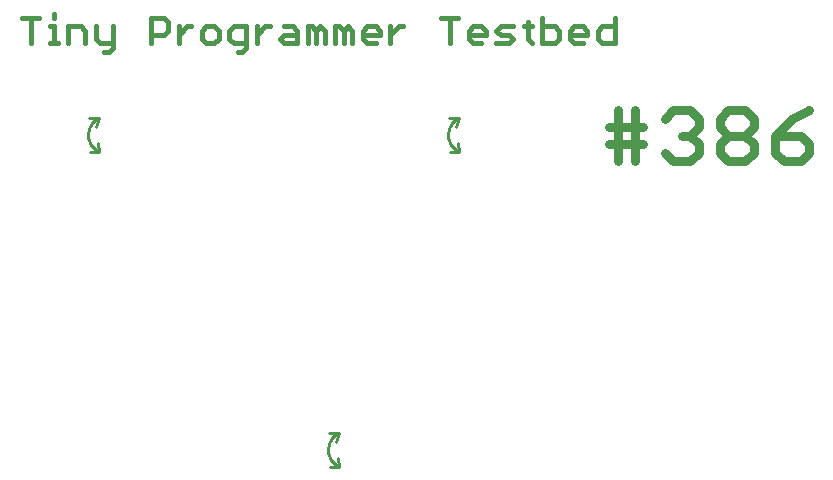
<source format=gto>
G75*
G70*
%OFA0B0*%
%FSLAX24Y24*%
%IPPOS*%
%LPD*%
%AMOC8*
5,1,8,0,0,1.08239X$1,22.5*
%
%ADD10C,0.0150*%
%ADD11C,0.0300*%
%ADD12C,0.0100*%
D10*
X011814Y017941D02*
X011956Y017941D01*
X012098Y018083D01*
X012098Y018792D01*
X012098Y018225D02*
X011672Y018225D01*
X011530Y018367D01*
X011530Y018792D01*
X011177Y018650D02*
X011177Y018225D01*
X011177Y018650D02*
X011035Y018792D01*
X010610Y018792D01*
X010610Y018225D01*
X010279Y018225D02*
X009996Y018225D01*
X010138Y018225D02*
X010138Y018792D01*
X009996Y018792D01*
X010138Y019076D02*
X010138Y019218D01*
X009642Y019076D02*
X009075Y019076D01*
X009359Y019076D02*
X009359Y018225D01*
X013372Y018225D02*
X013372Y019076D01*
X013797Y019076D01*
X013939Y018934D01*
X013939Y018650D01*
X013797Y018509D01*
X013372Y018509D01*
X014293Y018509D02*
X014576Y018792D01*
X014718Y018792D01*
X015060Y018650D02*
X015060Y018367D01*
X015202Y018225D01*
X015485Y018225D01*
X015627Y018367D01*
X015627Y018650D01*
X015485Y018792D01*
X015202Y018792D01*
X015060Y018650D01*
X014293Y018792D02*
X014293Y018225D01*
X015981Y018367D02*
X016123Y018225D01*
X016548Y018225D01*
X016548Y018083D02*
X016548Y018792D01*
X016123Y018792D01*
X015981Y018650D01*
X015981Y018367D01*
X016264Y017941D02*
X016406Y017941D01*
X016548Y018083D01*
X016902Y018225D02*
X016902Y018792D01*
X017185Y018792D02*
X017327Y018792D01*
X017185Y018792D02*
X016902Y018509D01*
X017669Y018367D02*
X017811Y018509D01*
X018236Y018509D01*
X018236Y018650D02*
X018236Y018225D01*
X017811Y018225D01*
X017669Y018367D01*
X017811Y018792D02*
X018094Y018792D01*
X018236Y018650D01*
X018590Y018792D02*
X018732Y018792D01*
X018873Y018650D01*
X019015Y018792D01*
X019157Y018650D01*
X019157Y018225D01*
X018873Y018225D02*
X018873Y018650D01*
X018590Y018792D02*
X018590Y018225D01*
X019511Y018225D02*
X019511Y018792D01*
X019652Y018792D01*
X019794Y018650D01*
X019936Y018792D01*
X020078Y018650D01*
X020078Y018225D01*
X019794Y018225D02*
X019794Y018650D01*
X020431Y018650D02*
X020573Y018792D01*
X020857Y018792D01*
X020999Y018650D01*
X020999Y018509D01*
X020431Y018509D01*
X020431Y018650D02*
X020431Y018367D01*
X020573Y018225D01*
X020857Y018225D01*
X021352Y018225D02*
X021352Y018792D01*
X021352Y018509D02*
X021636Y018792D01*
X021778Y018792D01*
X023040Y019076D02*
X023607Y019076D01*
X023324Y019076D02*
X023324Y018225D01*
X023961Y018367D02*
X023961Y018650D01*
X024103Y018792D01*
X024386Y018792D01*
X024528Y018650D01*
X024528Y018509D01*
X023961Y018509D01*
X023961Y018367D02*
X024103Y018225D01*
X024386Y018225D01*
X024882Y018225D02*
X025307Y018225D01*
X025449Y018367D01*
X025307Y018509D01*
X025024Y018509D01*
X024882Y018650D01*
X025024Y018792D01*
X025449Y018792D01*
X025803Y018792D02*
X026086Y018792D01*
X025944Y018934D02*
X025944Y018367D01*
X026086Y018225D01*
X026416Y018225D02*
X026842Y018225D01*
X026984Y018367D01*
X026984Y018650D01*
X026842Y018792D01*
X026416Y018792D01*
X026416Y019076D02*
X026416Y018225D01*
X027337Y018367D02*
X027337Y018650D01*
X027479Y018792D01*
X027763Y018792D01*
X027904Y018650D01*
X027904Y018509D01*
X027337Y018509D01*
X027337Y018367D02*
X027479Y018225D01*
X027763Y018225D01*
X028258Y018367D02*
X028258Y018650D01*
X028400Y018792D01*
X028825Y018792D01*
X028825Y019076D02*
X028825Y018225D01*
X028400Y018225D01*
X028258Y018367D01*
D11*
X028934Y016001D02*
X028934Y014300D01*
X029501Y014300D02*
X029501Y016001D01*
X029501Y015434D02*
X028650Y015434D01*
X028650Y014867D02*
X029784Y014867D01*
X029784Y015434D02*
X029501Y015434D01*
X030492Y015718D02*
X030775Y016001D01*
X031342Y016001D01*
X031626Y015718D01*
X031626Y015434D01*
X031342Y015151D01*
X031626Y014867D01*
X031626Y014584D01*
X031342Y014300D01*
X030775Y014300D01*
X030492Y014584D01*
X031059Y015151D02*
X031342Y015151D01*
X032333Y015434D02*
X032333Y015718D01*
X032617Y016001D01*
X033184Y016001D01*
X033467Y015718D01*
X033467Y015434D01*
X033184Y015151D01*
X032617Y015151D01*
X032333Y015434D01*
X032617Y015151D02*
X032333Y014867D01*
X032333Y014584D01*
X032617Y014300D01*
X033184Y014300D01*
X033467Y014584D01*
X033467Y014867D01*
X033184Y015151D01*
X034175Y015151D02*
X034175Y014584D01*
X034458Y014300D01*
X035025Y014300D01*
X035309Y014584D01*
X035309Y014867D01*
X035025Y015151D01*
X034175Y015151D01*
X034742Y015718D01*
X035309Y016001D01*
D12*
X019650Y004100D02*
X019350Y004100D01*
X019650Y004100D02*
X019600Y004400D01*
X019636Y004110D02*
X019592Y004132D01*
X019550Y004158D01*
X019510Y004188D01*
X019473Y004220D01*
X019438Y004255D01*
X019406Y004293D01*
X019377Y004333D01*
X019352Y004375D01*
X019330Y004420D01*
X019312Y004466D01*
X019297Y004513D01*
X019286Y004561D01*
X019279Y004610D01*
X019275Y004659D01*
X019276Y004708D01*
X019280Y004758D01*
X019289Y004806D01*
X019301Y004854D01*
X019317Y004901D01*
X019336Y004946D01*
X019359Y004990D01*
X019386Y005032D01*
X019416Y005071D01*
X019448Y005108D01*
X019484Y005142D01*
X019522Y005174D01*
X019562Y005202D01*
X019605Y005227D01*
X019650Y005250D02*
X019300Y005250D01*
X019650Y005250D02*
X019550Y004950D01*
X023350Y014600D02*
X023650Y014600D01*
X023600Y014900D01*
X023636Y014610D02*
X023592Y014632D01*
X023550Y014658D01*
X023510Y014688D01*
X023473Y014720D01*
X023438Y014755D01*
X023406Y014793D01*
X023377Y014833D01*
X023352Y014875D01*
X023330Y014920D01*
X023312Y014966D01*
X023297Y015013D01*
X023286Y015061D01*
X023279Y015110D01*
X023275Y015159D01*
X023276Y015208D01*
X023280Y015258D01*
X023289Y015306D01*
X023301Y015354D01*
X023317Y015401D01*
X023336Y015446D01*
X023359Y015490D01*
X023386Y015532D01*
X023416Y015571D01*
X023448Y015608D01*
X023484Y015642D01*
X023522Y015674D01*
X023562Y015702D01*
X023605Y015727D01*
X023650Y015750D02*
X023300Y015750D01*
X023650Y015750D02*
X023550Y015450D01*
X011636Y014610D02*
X011592Y014632D01*
X011550Y014658D01*
X011510Y014688D01*
X011473Y014720D01*
X011438Y014755D01*
X011406Y014793D01*
X011377Y014833D01*
X011352Y014875D01*
X011330Y014920D01*
X011312Y014966D01*
X011297Y015013D01*
X011286Y015061D01*
X011279Y015110D01*
X011275Y015159D01*
X011276Y015208D01*
X011280Y015258D01*
X011289Y015306D01*
X011301Y015354D01*
X011317Y015401D01*
X011336Y015446D01*
X011359Y015490D01*
X011386Y015532D01*
X011416Y015571D01*
X011448Y015608D01*
X011484Y015642D01*
X011522Y015674D01*
X011562Y015702D01*
X011605Y015727D01*
X011650Y015750D02*
X011300Y015750D01*
X011650Y015750D02*
X011550Y015450D01*
X011600Y014900D02*
X011650Y014600D01*
X011350Y014600D01*
M02*

</source>
